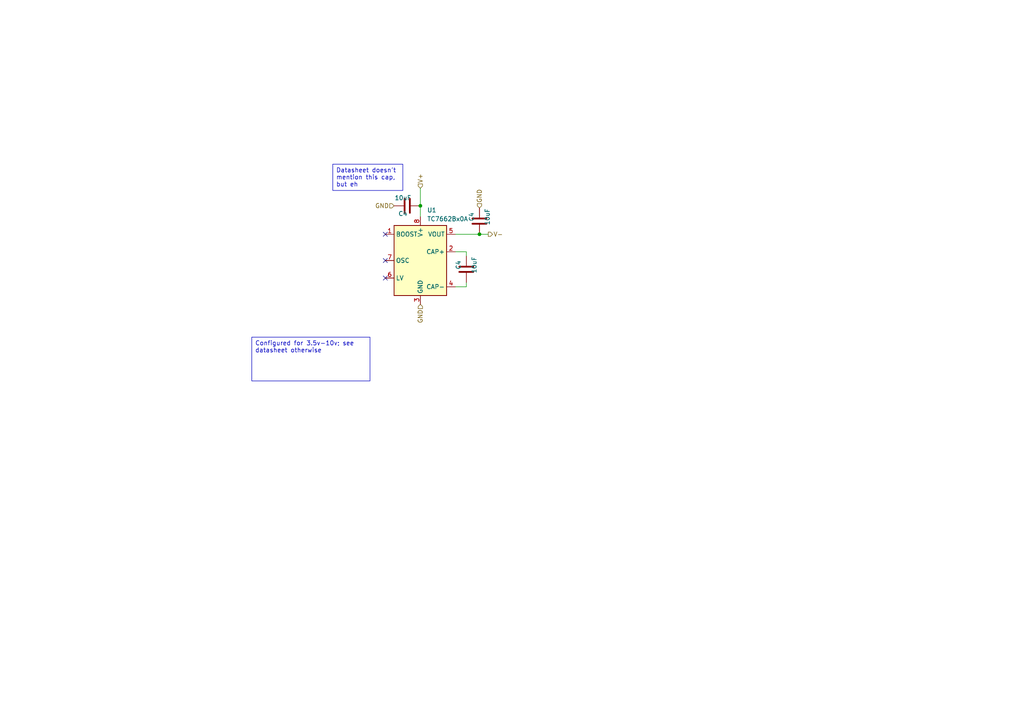
<source format=kicad_sch>
(kicad_sch (version 20230121) (generator eeschema)
  (paper "A4")
  (lib_symbols
    (symbol "Converter_DCDC:TC7662Bx0A"
      (property "Reference" "U" (at -6.35 11.43 0))
      (property "Value" "TC7662Bx0A" (at 7.62 11.43 0))
      (symbol "TC7662Bx0A_0_1"
        (rectangle (start -7.62 10.16) (end 7.62 -10.16) (stroke (width 0.254)) (fill (type background)))
      )
      (symbol "TC7662Bx0A_1_1"
        (pin input line (at -10.16 7.62 0) (length 2.54) (name "BOOST") (number "1"))
        (pin passive line (at 10.16 2.54 180) (length 2.54) (name "CAP+") (number "2"))
        (pin power_in line (at 0 -12.7 90) (length 2.54) (name "GND") (number "3"))
        (pin passive line (at 10.16 -7.62 180) (length 2.54) (name "CAP-") (number "4"))
        (pin power_out line (at 10.16 7.62 180) (length 2.54) (name "VOUT") (number "5"))
        (pin input line (at -10.16 -5.08 0) (length 2.54) (name "LV") (number "6"))
        (pin passive line (at -10.16 0 0) (length 2.54) (name "OSC") (number "7"))
        (pin power_in line (at 0 12.7 270) (length 2.54) (name "V+") (number "8"))
      )
    )
    (symbol "Device:C" (pin_numbers hide) (pin_names (offset 0.254))
      (property "Reference" "C" (at 0.635 2.54 0))
      (property "Value" "C" (at 0.635 -2.54 0))
      (symbol "C_0_1"
        (polyline (pts (xy -2.032 -0.762) (xy 2.032 -0.762)) (stroke (width 0.508)))
        (polyline (pts (xy -2.032 0.762) (xy 2.032 0.762)) (stroke (width 0.508)))
      )
      (symbol "C_1_1"
        (pin passive line (at 0 3.81 270) (length 2.794) (name "~") (number "1"))
        (pin passive line (at 0 -3.81 90) (length 2.794) (name "~") (number "2"))
      )
    )
  )
  (junction (at 139.065 67.945))
  (junction (at 121.92 59.69))
  (no_connect (at 111.76 67.945))
  (no_connect (at 111.76 80.645))
  (no_connect (at 111.76 75.565))
  (wire (pts (xy 135.255 73.025) (xy 135.255 74.295)))
  (wire (pts (xy 121.92 59.69) (xy 121.92 62.865)))
  (wire (pts (xy 121.92 54.61) (xy 121.92 59.69)))
  (wire (pts (xy 132.08 67.945) (xy 139.065 67.945)))
  (wire (pts (xy 132.08 83.185) (xy 135.255 83.185)))
  (wire (pts (xy 139.065 67.945) (xy 141.605 67.945)))
  (wire (pts (xy 135.255 83.185) (xy 135.255 81.915)))
  (wire (pts (xy 132.08 73.025) (xy 135.255 73.025)))
  (text_box "Configured for 3.5v-10v; see datasheet otherwise" (at 73.025 97.79 0) (size 34.29 12.7) (effects (font (size 1.27 1.27)) (justify left top)))
  (text_box "Datasheet doesn't mention this cap, but eh" (at 96.52 47.625 0) (size 20.32 7.62) (effects (font (size 1.27 1.27)) (justify left top)))
  (hierarchical_label "GND" (shape input) (at 139.065 60.325 90))
  (hierarchical_label "V-" (shape output) (at 141.605 67.945 0))
  (hierarchical_label "GND" (shape input) (at 121.92 88.265 270))
  (hierarchical_label "GND" (shape input) (at 114.3 59.69 180))
  (hierarchical_label "V+" (shape input) (at 121.92 54.61 90))
  (symbol (lib_id "Device:C") (at 118.11 59.69 90) (unit 1)
    (property "Reference" "C4" (at 116.86 61.98 90))
    (property "Value" "10uF" (at 116.86 57.39 90))
    (property "Footprint" "Capacitor_SMD:C_0805_2012Metric" (effects hide))
    (property "MFR" "CL21A106KOQNNNE" (effects hide))
    (property "LCSC" "C1713" (effects hide))
    (instances (project "RP2040Breakout" (path "" (reference "C4") (unit 1))) (project "Pico_FT232H_pair" (path "" (reference "C1") (unit 1))) (project "kicad_deps" (path "" (reference "C4") (unit 1)) (path "" (reference "C6") (unit 1))))
  )
  (symbol (lib_id "Device:C") (at 139.065 64.135 0) (unit 1)
    (property "Reference" "C4" (at 136.775 62.885 90))
    (property "Value" "10uF" (at 141.365 62.885 90))
    (property "Footprint" "Capacitor_SMD:C_0805_2012Metric" (effects hide))
    (property "MFR" "CL21A106KOQNNNE" (effects hide))
    (property "LCSC" "C1713" (effects hide))
    (instances (project "RP2040Breakout" (path "" (reference "C4") (unit 1))) (project "Pico_FT232H_pair" (path "" (reference "C1") (unit 1))) (project "kicad_deps" (path "" (reference "C4") (unit 1)) (path "" (reference "C2") (unit 1))))
  )
  (symbol (lib_id "Device:C") (at 135.255 78.105 0) (unit 1)
    (property "Reference" "C4" (at 132.965 76.855 90))
    (property "Value" "10uF" (at 137.555 76.855 90))
    (property "Footprint" "Capacitor_SMD:C_0805_2012Metric" (effects hide))
    (property "MFR" "CL21A106KOQNNNE" (effects hide))
    (property "LCSC" "C1713" (effects hide))
    (instances (project "RP2040Breakout" (path "" (reference "C4") (unit 1))) (project "Pico_FT232H_pair" (path "" (reference "C1") (unit 1))) (project "kicad_deps" (path "" (reference "C4") (unit 1)) (path "" (reference "C1") (unit 1))))
  )
  (symbol (lib_id "Converter_DCDC:TC7662Bx0A") (at 121.92 75.565 0) (unit 1)
    (property "Reference" "U1" (at 123.8759 60.96 0) (effects (justify left)))
    (property "Value" "TC7662Bx0A" (at 123.8759 63.5 0) (effects (justify left)))
    (property "Footprint" "Package_SO:SOIC-8_3.9x4.9mm_P1.27mm" (effects hide))
    (property "Datasheet" "http://ww1.microchip.com/downloads/en/DeviceDoc/21469a.pdf" (effects hide))
    (property "MFR" "ME7660CS1G" (effects hide))
    (property "LCSC" "C88402" (effects hide))
    (property "Note" "Swapped for ME7660CS1G, 10V max" (effects hide))
  )
)
</source>
